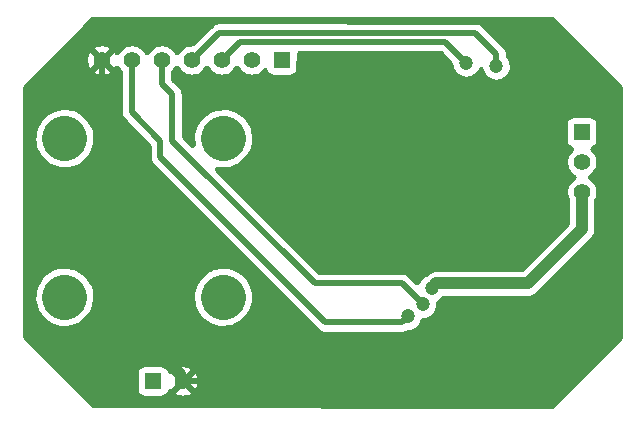
<source format=gbl>
G04 ( created by brdgerber.py ( brdgerber.py v0.1 2014-03-12 ) ) date 2021-02-10 18:50:50 EST*
G04 Gerber Fmt 3.4, Leading zero omitted, Abs format*
%MOIN*%
%FSLAX34Y34*%
G01*
G70*
G90*
G04 APERTURE LIST*
%ADD26C,0.0400*%
%ADD15C,0.0550*%
%ADD23C,0.0200*%
%ADD19C,0.0012*%
%ADD18R,0.0472X0.0275*%
%ADD20C,0.1500*%
%ADD24C,0.0100*%
%ADD27R,0.1575X0.0945*%
%ADD11C,0.0050*%
%ADD22R,0.0709X0.0629*%
%ADD28C,0.0047*%
%ADD12C,0.0060*%
%ADD25C,0.0059*%
%ADD13C,0.0020*%
%ADD29C,0.0472*%
%ADD16C,0.0120*%
%ADD14R,0.0550X0.0550*%
%ADD10R,0.0260X0.0800*%
%ADD21C,0.0000*%
%ADD17R,0.0629X0.0709*%
G04 APERTURE END LIST*
G54D26*
D14*
X02850Y23350D03*
D15*
X01850Y23350D03*
D15*
X00850Y23350D03*
D15*
X-00150Y23350D03*
D15*
X-01150Y23350D03*
D15*
X-02150Y23350D03*
D15*
X-03150Y23350D03*
D20*
G01X-04395Y15455D02*
G01X-04395Y15455D01*
D20*
G01X00895Y15455D02*
G01X00895Y15455D01*
D20*
G01X00895Y20745D02*
G01X00895Y20745D01*
D20*
G01X-04395Y20745D02*
G01X-04395Y20745D01*
D14*
X-01450Y12650D03*
D15*
X-00450Y12650D03*
D14*
X12850Y20950D03*
D15*
X12850Y19950D03*
D15*
X12850Y18950D03*
G36*
G01X11851Y11798D02*
G01X11272Y15509D01*
G01X11219Y15486D01*
G01X11103Y15453D01*
G01X08239Y15447D01*
G01X08163Y15378D01*
G01X08039Y15296D01*
G01X08030Y15273D01*
G01X08035Y15225D01*
G01X08029Y15125D01*
G01X08009Y15042D01*
G01X07970Y14955D01*
G01X07927Y14893D01*
G01X07863Y14828D01*
G01X07804Y14785D01*
G01X07724Y14746D01*
G01X07641Y14723D01*
G01X07551Y14714D01*
G01X07530Y14701D01*
G01X07470Y14555D01*
G01X07427Y14493D01*
G01X07363Y14428D01*
G01X07304Y14385D01*
G01X07224Y14346D01*
G01X07140Y14323D01*
G01X07055Y14315D01*
G01X06975Y14274D01*
G01X06902Y14256D01*
G01X-00116Y12245D01*
G01X-00047Y12318D01*
G01X-00379Y12650D01*
G01X-00521Y12650D01*
G01X-00450Y12721D01*
G01X-00784Y13055D01*
G01X-00721Y13101D01*
G01X-00633Y13142D01*
G01X-00543Y13166D01*
G01X-00089Y15279D01*
G01X-03437Y15167D01*
G01X-03472Y15069D01*
G01X-03520Y14970D01*
G01X-03583Y14871D01*
G01X-03662Y14776D01*
G01X-03769Y14676D01*
G01X-03882Y14597D01*
G01X-03982Y14545D01*
G01X-04087Y14504D01*
G01X-04188Y14477D01*
G01X-04291Y14461D01*
G01X-04399Y14455D01*
G01X-04536Y14466D01*
G01X-04635Y14485D01*
G01X-04742Y14518D01*
G01X-04839Y14559D01*
G01X-04929Y14611D01*
G01X-05032Y14685D01*
G01X-05133Y14780D01*
G01X-05204Y14868D01*
G01X-05267Y14966D01*
G01X-05316Y15066D01*
G01X-05350Y15162D01*
G01X-05376Y15268D01*
G01X-05391Y15377D01*
G01X-05390Y15541D01*
G01X-05376Y15652D01*
G01X-05358Y20477D01*
G01X-05382Y20586D01*
G01X-05393Y20702D01*
G01X-05388Y20864D01*
G01X-05371Y20962D01*
G01X-05340Y21070D01*
G01X-05302Y21165D01*
G01X-05253Y21258D01*
G01X-05176Y21368D01*
G01X-05095Y21457D01*
G01X-05005Y21536D01*
G01X-04888Y21614D01*
G01X-04798Y21659D01*
G01X-04693Y21699D01*
G01X-04592Y21725D01*
G01X-04490Y21740D01*
G01X-03672Y23298D01*
G01X-03671Y23414D01*
G01X-03650Y23511D01*
G01X-03625Y23573D01*
G01X-03574Y23659D01*
G01X-03553Y23682D01*
G01X-03484Y23755D01*
G01X-03421Y23801D01*
G01X-03333Y23842D01*
G01X-03243Y23866D01*
G01X-03136Y23875D01*
G01X-03048Y23864D01*
G01X-02960Y23839D01*
G01X-02869Y23793D01*
G01X-02816Y23754D01*
G01X-03150Y23421D01*
G01X-03484Y23755D01*
G01X-03553Y23682D01*
G01X-03221Y23350D01*
G01X-03150Y23279D01*
G01X-02816Y22945D01*
G01X-02879Y22899D01*
G01X-02967Y22858D01*
G01X-03057Y22834D01*
G01X-03164Y22825D01*
G01X-03252Y22836D01*
G01X-03340Y22861D01*
G01X-03431Y22907D01*
G01X-03484Y22946D01*
G01X-03150Y23279D01*
G01X-03221Y23350D01*
G01X-03553Y23018D01*
G01X-03580Y23049D01*
G01X-03627Y23131D01*
G01X-03654Y23203D01*
G01X-03672Y23298D01*
G01X-04490Y21740D01*
G01X-04324Y21742D01*
G01X-04218Y21728D01*
G01X-04110Y21703D01*
G01X-04013Y21669D01*
G01X-03913Y21621D01*
G01X-03738Y21499D01*
G01X-03638Y21399D01*
G01X-03562Y21298D01*
G01X-03498Y21187D01*
G01X-03454Y21084D01*
G01X-03423Y20981D01*
G01X-03404Y20884D01*
G01X-03396Y20695D01*
G01X-03408Y20584D01*
G01X-03429Y20482D01*
G01X-03508Y20283D01*
G01X-03579Y20166D01*
G01X-03657Y20069D01*
G01X-03815Y19930D01*
G01X-03922Y19863D01*
G01X-04022Y19816D01*
G01X-04120Y19783D01*
G01X-04226Y19759D01*
G01X-04436Y19745D01*
G01X-04549Y19757D01*
G01X-04649Y19778D01*
G01X-04751Y19810D01*
G01X-04865Y19861D01*
G01X-04973Y19929D01*
G01X-05071Y20009D01*
G01X-05164Y20106D01*
G01X-05280Y20280D01*
G01X-05326Y20380D01*
G01X-05358Y20477D01*
G01X-05376Y15652D01*
G01X-05350Y15751D01*
G01X-05313Y15850D01*
G01X-05256Y15963D01*
G01X-05185Y16068D01*
G01X-05095Y16168D01*
G01X-04997Y16253D01*
G01X-04902Y16317D01*
G01X-04802Y16368D01*
G01X-04702Y16407D01*
G01X-04601Y16434D01*
G01X-04500Y16450D01*
G01X-04305Y16452D01*
G01X-04097Y16410D01*
G01X-04002Y16375D01*
G01X-03901Y16325D01*
G01X-03805Y16263D01*
G01X-03718Y16191D01*
G01X-03600Y16062D01*
G01X-03533Y15964D01*
G01X-03487Y15874D01*
G01X-03446Y15770D01*
G01X-03417Y15667D01*
G01X-03401Y15568D01*
G01X-03398Y15380D01*
G01X-03437Y15167D01*
G01X-00089Y15279D01*
G01X-00103Y15390D01*
G01X-00098Y15579D01*
G01X-00081Y15677D01*
G01X-00050Y15784D01*
G01X-00012Y15878D01*
G01X00046Y15984D01*
G01X00128Y16098D01*
G01X00252Y16222D01*
G01X00366Y16304D01*
G01X00472Y16362D01*
G01X00566Y16400D01*
G01X00673Y16431D01*
G01X00772Y16448D01*
G01X00961Y16453D01*
G01X01071Y16439D01*
G01X01176Y16415D01*
G01X01271Y16382D01*
G01X01385Y16327D01*
G01X01497Y16254D01*
G01X01584Y16180D01*
G01X01678Y16076D01*
G01X01739Y15990D01*
G01X01790Y15901D01*
G01X01834Y15798D01*
G01X01865Y15696D01*
G01X01884Y15597D01*
G01X01895Y15457D01*
G01X01885Y15321D01*
G01X01867Y15222D01*
G01X01835Y15116D01*
G01X01796Y15021D01*
G01X01729Y14904D01*
G01X01662Y14814D01*
G01X01573Y14721D01*
G01X01487Y14650D01*
G01X01375Y14578D01*
G01X01282Y14534D01*
G01X01182Y14498D01*
G01X01075Y14473D01*
G01X00888Y14455D01*
G01X00753Y14466D01*
G01X00654Y14485D01*
G01X00547Y14518D01*
G01X00449Y14560D01*
G01X00360Y14611D01*
G01X00272Y14674D01*
G01X00170Y14766D01*
G01X00095Y14854D01*
G01X00022Y14966D01*
G01X-00032Y15079D01*
G01X-00065Y15174D01*
G01X-00089Y15279D01*
G01X-00543Y13166D01*
G01X-00436Y13175D01*
G01X-00348Y13164D01*
G01X-00260Y13139D01*
G01X-00169Y13093D01*
G01X-00116Y13054D01*
G01X-00450Y12721D01*
G01X-00521Y12650D01*
G01X-00856Y12315D01*
G01X-00872Y12332D01*
G01X-00896Y12335D01*
G01X-00918Y12326D01*
G01X-00975Y12226D01*
G01X-01026Y12175D01*
G01X-01100Y12137D01*
G01X-01177Y12125D01*
G01X-01723Y12125D01*
G01X-01800Y12137D01*
G01X-01874Y12175D01*
G01X-01925Y12226D01*
G01X-01963Y12300D01*
G01X-01975Y12375D01*
G01X-01975Y12925D01*
G01X-01963Y13000D01*
G01X-01925Y13074D01*
G01X-01874Y13125D01*
G01X-01800Y13163D01*
G01X-01723Y13175D01*
G01X-01177Y13175D01*
G01X-01100Y13163D01*
G01X-01026Y13125D01*
G01X-00975Y13074D01*
G01X-00919Y12974D01*
G01X-00897Y12965D01*
G01X-00873Y12968D01*
G01X-00856Y12985D01*
G01X-00521Y12650D01*
G01X-00379Y12650D01*
G01X-00047Y12982D01*
G01X-00020Y12951D01*
G01X00027Y12869D01*
G01X00054Y12797D01*
G01X00072Y12702D01*
G01X00071Y12588D01*
G01X00050Y12490D01*
G01X00025Y12427D01*
G01X-00026Y12341D01*
G01X-00047Y12318D01*
G01X-00116Y12245D01*
G01X-00179Y12199D01*
G01X-00267Y12158D01*
G01X-00357Y12134D01*
G01X-00464Y12125D01*
G01X-00552Y12136D01*
G01X-00640Y12161D01*
G01X-00731Y12207D01*
G01X-00784Y12246D01*
G01X-00450Y12579D01*
G01X-00116Y12245D01*
G01X06902Y14256D01*
G01X04285Y14250D01*
G01X04220Y14260D01*
G01X04151Y14284D01*
G01X04087Y14324D01*
G01X-01455Y19860D01*
G01X-01520Y19962D01*
G01X-01546Y20051D01*
G01X-01548Y20487D01*
G01X-01558Y20517D01*
G01X-02412Y21369D01*
G01X-02450Y21420D01*
G01X-02491Y21525D01*
G01X-02500Y22952D01*
G01X-02580Y23048D01*
G01X-02607Y23096D01*
G01X-02639Y23120D01*
G01X-02679Y23112D01*
G01X-02726Y23041D01*
G01X-02747Y23018D01*
G01X-03079Y23350D01*
G01X-02747Y23682D01*
G01X-02721Y23653D01*
G01X-02693Y23604D01*
G01X-02661Y23580D01*
G01X-02621Y23588D01*
G01X-02574Y23659D01*
G01X-02485Y23754D01*
G01X-02421Y23801D01*
G01X-02333Y23842D01*
G01X-02243Y23866D01*
G01X-02136Y23875D01*
G01X-02048Y23864D01*
G01X-01960Y23839D01*
G01X-01869Y23793D01*
G01X-01802Y23744D01*
G01X-01721Y23653D01*
G01X-01693Y23604D01*
G01X-01661Y23580D01*
G01X-01621Y23588D01*
G01X-01574Y23659D01*
G01X-01485Y23754D01*
G01X-01421Y23801D01*
G01X-01333Y23842D01*
G01X-01243Y23866D01*
G01X-01136Y23875D01*
G01X-01048Y23864D01*
G01X-00960Y23839D01*
G01X-00869Y23793D01*
G01X-00802Y23744D01*
G01X-00721Y23653D01*
G01X-00693Y23604D01*
G01X-00661Y23580D01*
G01X-00621Y23588D01*
G01X-00574Y23659D01*
G01X-00485Y23754D01*
G01X-00421Y23801D01*
G01X-00333Y23842D01*
G01X-00243Y23866D01*
G01X-00119Y23878D01*
G01X00543Y24531D01*
G01X00603Y24567D01*
G01X00673Y24591D01*
G01X00747Y24600D01*
G01X09335Y24597D01*
G01X09421Y24578D01*
G01X09481Y24549D01*
G01X09540Y24505D01*
G01X10277Y23763D01*
G01X10320Y23690D01*
G01X10344Y23606D01*
G01X10351Y23493D01*
G01X10405Y23419D01*
G01X10447Y23341D01*
G01X10473Y23262D01*
G01X10485Y23175D01*
G01X10479Y23075D01*
G01X10459Y22992D01*
G01X10421Y22907D01*
G01X10377Y22843D01*
G01X10313Y22778D01*
G01X10254Y22735D01*
G01X10174Y22696D01*
G01X10090Y22673D01*
G01X09986Y22664D01*
G01X09903Y22675D01*
G01X09809Y22703D01*
G01X09741Y22739D01*
G01X09671Y22792D01*
G01X09618Y22849D01*
G01X09573Y22918D01*
G01X09520Y23053D01*
G01X09500Y23067D01*
G01X09475Y23070D01*
G01X09452Y23060D01*
G01X09377Y22943D01*
G01X09313Y22878D01*
G01X09254Y22835D01*
G01X09174Y22796D01*
G01X09090Y22773D01*
G01X08986Y22764D01*
G01X08903Y22775D01*
G01X08809Y22803D01*
G01X08741Y22839D01*
G01X08671Y22892D01*
G01X08618Y22949D01*
G01X08574Y23017D01*
G01X08537Y23102D01*
G01X08507Y23250D01*
G01X08152Y23601D01*
G01X03425Y23602D01*
G01X03396Y23592D01*
G01X03377Y23567D01*
G01X03375Y23075D01*
G01X03363Y23000D01*
G01X03325Y22926D01*
G01X03274Y22875D01*
G01X03200Y22837D01*
G01X03123Y22825D01*
G01X02577Y22825D01*
G01X02500Y22837D01*
G01X02426Y22875D01*
G01X02375Y22926D01*
G01X02319Y23026D01*
G01X02297Y23035D01*
G01X02273Y23032D01*
G01X02186Y22947D01*
G01X02121Y22899D01*
G01X02033Y22858D01*
G01X01943Y22834D01*
G01X01836Y22825D01*
G01X01748Y22836D01*
G01X01660Y22861D01*
G01X01569Y22907D01*
G01X01502Y22956D01*
G01X01420Y23049D01*
G01X01393Y23096D01*
G01X01361Y23120D01*
G01X01321Y23112D01*
G01X01274Y23041D01*
G01X01186Y22947D01*
G01X01121Y22899D01*
G01X01033Y22858D01*
G01X00943Y22834D01*
G01X00836Y22825D01*
G01X00748Y22836D01*
G01X00660Y22861D01*
G01X00569Y22907D01*
G01X00502Y22956D01*
G01X00420Y23049D01*
G01X00393Y23096D01*
G01X00361Y23120D01*
G01X00321Y23112D01*
G01X00274Y23041D01*
G01X00186Y22947D01*
G01X00121Y22899D01*
G01X00033Y22858D01*
G01X-00057Y22834D01*
G01X-00164Y22825D01*
G01X-00252Y22836D01*
G01X-00340Y22861D01*
G01X-00431Y22907D01*
G01X-00498Y22956D01*
G01X-00580Y23049D01*
G01X-00607Y23096D01*
G01X-00639Y23120D01*
G01X-00679Y23112D01*
G01X-00726Y23041D01*
G01X-00798Y22961D01*
G01X-00804Y22717D01*
G01X-00794Y22687D01*
G01X-00518Y22407D01*
G01X-00485Y22350D01*
G01X-00459Y22278D01*
G01X-00450Y22215D01*
G01X-00450Y20792D01*
G01X-00170Y20510D01*
G01X-00149Y20497D01*
G01X-00123Y20496D01*
G01X-00101Y20508D01*
G01X-00087Y20530D01*
G01X-00105Y20780D01*
G01X-00094Y20892D01*
G01X-00074Y20992D01*
G01X-00042Y21094D01*
G01X00003Y21197D01*
G01X00060Y21296D01*
G01X00123Y21381D01*
G01X00238Y21499D01*
G01X00316Y21560D01*
G01X00446Y21638D01*
G01X00540Y21679D01*
G01X00647Y21713D01*
G01X00748Y21733D01*
G01X00883Y21744D01*
G01X01023Y21736D01*
G01X01124Y21718D01*
G01X01230Y21687D01*
G01X01324Y21648D01*
G01X01417Y21597D01*
G01X01518Y21526D01*
G01X01619Y21434D01*
G01X01693Y21347D01*
G01X01759Y21246D01*
G01X01810Y21146D01*
G01X01848Y21046D01*
G01X01875Y20943D01*
G01X01890Y20843D01*
G01X01892Y20673D01*
G01X01878Y20567D01*
G01X01852Y20457D01*
G01X01818Y20362D01*
G01X01764Y20250D01*
G01X01693Y20142D01*
G01X01600Y20037D01*
G01X01500Y19949D01*
G01X01414Y19891D01*
G01X01311Y19836D01*
G01X01206Y19795D01*
G01X01105Y19766D01*
G01X01003Y19750D01*
G01X00854Y19745D01*
G01X00682Y19763D01*
G01X00661Y19749D01*
G01X00648Y19727D01*
G01X00649Y19702D01*
G01X00662Y19680D01*
G01X04102Y16251D01*
G01X06866Y16250D01*
G01X06916Y16242D01*
G01X07017Y16206D01*
G01X07072Y16168D01*
G01X07339Y15909D01*
G01X07378Y15911D01*
G01X07404Y15940D01*
G01X07449Y16023D01*
G01X07504Y16090D01*
G01X07569Y16147D01*
G01X07659Y16196D01*
G01X07778Y16291D01*
G01X07836Y16316D01*
G01X07947Y16347D01*
G01X10853Y16347D01*
G01X12398Y17887D01*
G01X12404Y18668D01*
G01X12346Y18803D01*
G01X12328Y18898D01*
G01X12329Y19012D01*
G01X12350Y19111D01*
G01X12375Y19173D01*
G01X12426Y19259D01*
G01X12515Y19354D01*
G01X12591Y19406D01*
G01X12618Y19440D01*
G01X12618Y19462D01*
G01X12591Y19496D01*
G01X12502Y19556D01*
G01X12420Y19649D01*
G01X12373Y19731D01*
G01X12346Y19803D01*
G01X12328Y19899D01*
G01X12329Y20015D01*
G01X12350Y20111D01*
G01X12375Y20173D01*
G01X12426Y20259D01*
G01X12515Y20354D01*
G01X12530Y20382D01*
G01X12520Y20421D01*
G01X12426Y20475D01*
G01X12375Y20526D01*
G01X12337Y20600D01*
G01X12325Y20675D01*
G01X12325Y21225D01*
G01X12338Y21301D01*
G01X12375Y21374D01*
G01X12426Y21425D01*
G01X12500Y21463D01*
G01X12577Y21475D01*
G01X13123Y21475D01*
G01X13200Y21463D01*
G01X13274Y21425D01*
G01X13325Y21374D01*
G01X13362Y21301D01*
G01X13375Y21225D01*
G01X13375Y20675D01*
G01X13363Y20600D01*
G01X13325Y20526D01*
G01X13274Y20475D01*
G01X13180Y20422D01*
G01X13169Y20384D01*
G01X13190Y20350D01*
G01X13279Y20253D01*
G01X13326Y20171D01*
G01X13354Y20097D01*
G01X13372Y20002D01*
G01X13371Y19889D01*
G01X13350Y19790D01*
G01X13325Y19727D01*
G01X13274Y19641D01*
G01X13186Y19547D01*
G01X13109Y19494D01*
G01X13082Y19460D01*
G01X13082Y19438D01*
G01X13109Y19404D01*
G01X13198Y19344D01*
G01X13280Y19251D01*
G01X13327Y19169D01*
G01X13354Y19097D01*
G01X13372Y19002D01*
G01X13371Y18888D01*
G01X13350Y18790D01*
G01X13301Y18686D01*
G01X13292Y17626D01*
G01X13264Y17526D01*
G01X13233Y17467D01*
G01X13175Y17388D01*
G01X11349Y15567D01*
G01X11272Y15509D01*
G01X11851Y11798D01*
G01X14149Y14097D01*
G01X14154Y22140D01*
G01X14146Y22461D01*
G01X11851Y24751D01*
G01X-03440Y24750D01*
G01X-03475Y24735D01*
G01X-05749Y22448D01*
G01X-05754Y14101D01*
G01X-03456Y11804D01*
G01X11836Y11796D01*
G01X11851Y11798D01*
G01X11851Y11798D01*
G37*
D26*
G01X07850Y15750D02*
G01X08000Y15900D01*
D29*
X07850Y15750D03*
D26*
G01X08000Y15900D02*
G01X11050Y15900D01*
D23*
G01X06250Y12650D02*
G01X-00450Y12650D01*
D29*
X10000Y23150D03*
D23*
G01X10000Y23150D02*
G01X10000Y23550D01*
D23*
G01X10000Y23550D02*
G01X09300Y24250D01*
D23*
G01X09300Y24250D02*
G01X00750Y24250D01*
D23*
G01X00750Y24250D02*
G01X-00150Y23350D01*
D29*
X09000Y23250D03*
D23*
G01X09000Y23250D02*
G01X08300Y23950D01*
D23*
G01X08300Y23950D02*
G01X01450Y23950D01*
D23*
G01X01450Y23950D02*
G01X00850Y23350D01*
D23*
G01X-01150Y22550D02*
G01X-01150Y23350D01*
D26*
G01X11050Y15900D02*
G01X12850Y17700D01*
D26*
G01X12850Y17700D02*
G01X12850Y18950D01*
D29*
X06900Y12000D03*
D23*
G01X06900Y12000D02*
G01X06250Y12650D01*
D23*
G01X-03150Y23350D02*
G01X-03150Y15600D01*
D23*
G01X-03150Y15600D02*
G01X-00450Y12900D01*
D23*
G01X-00450Y12900D02*
G01X-00450Y12650D01*
D29*
X07050Y14800D03*
D23*
G01X07050Y14800D02*
G01X06850Y14600D01*
D23*
G01X06850Y14600D02*
G01X04300Y14600D01*
D23*
G01X04300Y14600D02*
G01X-01200Y20100D01*
D23*
G01X-01200Y20100D02*
G01X-01200Y20650D01*
D23*
G01X-01200Y20650D02*
G01X-02150Y21600D01*
D23*
G01X-02150Y21600D02*
G01X-02150Y23350D01*
D29*
X07550Y15200D03*
D23*
G01X07550Y15200D02*
G01X06850Y15900D01*
D23*
G01X06850Y15900D02*
G01X03950Y15900D01*
D23*
G01X03950Y15900D02*
G01X-00800Y20650D01*
D23*
G01X-00800Y20650D02*
G01X-00800Y22200D01*
D23*
G01X-00800Y22200D02*
G01X-01150Y22550D01*
D24*
G01X-02816Y23754D02*
G01X-02816Y23754D01*
G01X-02869Y23793D01*
G01X-02960Y23839D01*
G01X-03048Y23864D01*
G01X-03136Y23875D01*
G01X-03243Y23866D01*
G01X-03333Y23842D01*
G01X-03421Y23801D01*
G01X-03484Y23755D01*
G01X-03150Y23421D01*
G01X-02816Y23754D01*
D24*
G01X-03221Y23350D02*
G01X-03221Y23350D01*
G01X-03553Y23682D01*
G01X-03574Y23659D01*
G01X-03625Y23573D01*
G01X-03650Y23511D01*
G01X-03671Y23414D01*
G01X-03672Y23298D01*
G01X-03654Y23203D01*
G01X-03627Y23131D01*
G01X-03580Y23049D01*
G01X-03553Y23018D01*
G01X-03553Y23018D01*
G01X-03221Y23350D01*
D24*
G01X-03057Y22834D02*
G01X-03057Y22834D01*
G01X-02967Y22858D01*
G01X-02879Y22899D01*
G01X-02816Y22945D01*
G01X-03150Y23279D01*
G01X-03484Y22946D01*
G01X-03431Y22907D01*
G01X-03340Y22861D01*
G01X-03252Y22836D01*
G01X-03164Y22825D01*
G01X-03164Y22825D01*
G01X-03057Y22834D01*
D24*
G01X-04226Y19759D02*
G01X-04226Y19759D01*
G01X-04120Y19783D01*
G01X-04022Y19816D01*
G01X-03922Y19863D01*
G01X-03815Y19930D01*
G01X-03657Y20069D01*
G01X-03579Y20166D01*
G01X-03508Y20283D01*
G01X-03429Y20482D01*
G01X-03408Y20584D01*
G01X-03396Y20695D01*
G01X-03404Y20884D01*
G01X-03423Y20981D01*
G01X-03454Y21084D01*
G01X-03498Y21187D01*
G01X-03562Y21298D01*
G01X-03638Y21399D01*
G01X-03738Y21499D01*
G01X-03913Y21621D01*
G01X-04013Y21669D01*
G01X-04110Y21703D01*
G01X-04218Y21728D01*
G01X-04324Y21742D01*
G01X-04490Y21740D01*
G01X-04592Y21725D01*
G01X-04693Y21699D01*
G01X-04798Y21659D01*
G01X-04888Y21614D01*
G01X-05005Y21536D01*
G01X-05095Y21457D01*
G01X-05176Y21368D01*
G01X-05253Y21258D01*
G01X-05302Y21165D01*
G01X-05340Y21070D01*
G01X-05371Y20962D01*
G01X-05388Y20864D01*
G01X-05393Y20702D01*
G01X-05382Y20586D01*
G01X-05358Y20477D01*
G01X-05326Y20380D01*
G01X-05280Y20280D01*
G01X-05164Y20106D01*
G01X-05071Y20009D01*
G01X-04973Y19929D01*
G01X-04865Y19861D01*
G01X-04751Y19810D01*
G01X-04649Y19778D01*
G01X-04549Y19757D01*
G01X-04436Y19745D01*
G01X-04436Y19745D01*
G01X-04226Y19759D01*
D24*
G01X01075Y14473D02*
G01X01075Y14473D01*
G01X01182Y14498D01*
G01X01282Y14534D01*
G01X01375Y14578D01*
G01X01487Y14650D01*
G01X01573Y14721D01*
G01X01662Y14814D01*
G01X01729Y14904D01*
G01X01796Y15021D01*
G01X01835Y15116D01*
G01X01867Y15222D01*
G01X01885Y15321D01*
G01X01895Y15457D01*
G01X01884Y15597D01*
G01X01865Y15696D01*
G01X01834Y15798D01*
G01X01790Y15901D01*
G01X01739Y15990D01*
G01X01678Y16076D01*
G01X01584Y16180D01*
G01X01497Y16254D01*
G01X01385Y16327D01*
G01X01271Y16382D01*
G01X01176Y16415D01*
G01X01071Y16439D01*
G01X00961Y16453D01*
G01X00772Y16448D01*
G01X00673Y16431D01*
G01X00566Y16400D01*
G01X00472Y16362D01*
G01X00366Y16304D01*
G01X00252Y16222D01*
G01X00128Y16098D01*
G01X00046Y15984D01*
G01X-00012Y15878D01*
G01X-00050Y15784D01*
G01X-00081Y15677D01*
G01X-00098Y15579D01*
G01X-00103Y15390D01*
G01X-00089Y15279D01*
G01X-00065Y15174D01*
G01X-00032Y15079D01*
G01X00022Y14966D01*
G01X00095Y14854D01*
G01X00170Y14766D01*
G01X00272Y14674D01*
G01X00360Y14611D01*
G01X00449Y14560D01*
G01X00547Y14518D01*
G01X00654Y14485D01*
G01X00753Y14466D01*
G01X00888Y14455D01*
G01X00888Y14455D01*
G01X01075Y14473D01*
D24*
G01X-04291Y14461D02*
G01X-04291Y14461D01*
G01X-04188Y14477D01*
G01X-04087Y14504D01*
G01X-03982Y14545D01*
G01X-03882Y14597D01*
G01X-03769Y14676D01*
G01X-03662Y14776D01*
G01X-03583Y14871D01*
G01X-03520Y14970D01*
G01X-03472Y15069D01*
G01X-03437Y15167D01*
G01X-03398Y15380D01*
G01X-03401Y15568D01*
G01X-03417Y15667D01*
G01X-03446Y15770D01*
G01X-03487Y15874D01*
G01X-03533Y15964D01*
G01X-03600Y16062D01*
G01X-03718Y16191D01*
G01X-03805Y16263D01*
G01X-03901Y16325D01*
G01X-04002Y16375D01*
G01X-04097Y16410D01*
G01X-04305Y16452D01*
G01X-04500Y16450D01*
G01X-04601Y16434D01*
G01X-04702Y16407D01*
G01X-04802Y16368D01*
G01X-04902Y16317D01*
G01X-04997Y16253D01*
G01X-05095Y16168D01*
G01X-05185Y16068D01*
G01X-05256Y15963D01*
G01X-05313Y15850D01*
G01X-05350Y15751D01*
G01X-05376Y15652D01*
G01X-05390Y15541D01*
G01X-05391Y15377D01*
G01X-05376Y15268D01*
G01X-05350Y15162D01*
G01X-05316Y15066D01*
G01X-05267Y14966D01*
G01X-05204Y14868D01*
G01X-05133Y14780D01*
G01X-05032Y14685D01*
G01X-04929Y14611D01*
G01X-04839Y14559D01*
G01X-04742Y14518D01*
G01X-04635Y14485D01*
G01X-04536Y14466D01*
G01X-04399Y14455D01*
G01X-04399Y14455D01*
G01X-04291Y14461D01*
D24*
G01X06902Y14256D02*
G01X06902Y14256D01*
G01X06975Y14274D01*
G01X07055Y14315D01*
G01X07140Y14323D01*
G01X07224Y14346D01*
G01X07304Y14385D01*
G01X07363Y14428D01*
G01X07427Y14493D01*
G01X07470Y14555D01*
G01X07530Y14701D01*
G01X07551Y14714D01*
G01X07641Y14723D01*
G01X07724Y14746D01*
G01X07804Y14785D01*
G01X07863Y14828D01*
G01X07927Y14893D01*
G01X07970Y14955D01*
G01X08009Y15042D01*
G01X08029Y15125D01*
G01X08035Y15225D01*
G01X08030Y15273D01*
G01X08039Y15296D01*
G01X08163Y15378D01*
G01X08239Y15447D01*
G01X11103Y15453D01*
G01X11219Y15486D01*
G01X11272Y15509D01*
G01X11349Y15567D01*
G01X13175Y17388D01*
G01X13233Y17467D01*
G01X13264Y17526D01*
G01X13292Y17626D01*
G01X13301Y18686D01*
G01X13350Y18790D01*
G01X13371Y18888D01*
G01X13372Y19002D01*
G01X13354Y19097D01*
G01X13327Y19169D01*
G01X13280Y19251D01*
G01X13198Y19344D01*
G01X13109Y19404D01*
G01X13082Y19438D01*
G01X13082Y19460D01*
G01X13109Y19494D01*
G01X13186Y19547D01*
G01X13274Y19641D01*
G01X13325Y19727D01*
G01X13350Y19790D01*
G01X13371Y19889D01*
G01X13372Y20002D01*
G01X13354Y20097D01*
G01X13326Y20171D01*
G01X13279Y20253D01*
G01X13190Y20350D01*
G01X13169Y20384D01*
G01X13180Y20422D01*
G01X13274Y20475D01*
G01X13325Y20526D01*
G01X13363Y20600D01*
G01X13375Y20675D01*
G01X13375Y21225D01*
G01X13362Y21301D01*
G01X13325Y21374D01*
G01X13274Y21425D01*
G01X13200Y21463D01*
G01X13123Y21475D01*
G01X12577Y21475D01*
G01X12500Y21463D01*
G01X12426Y21425D01*
G01X12375Y21374D01*
G01X12338Y21301D01*
G01X12325Y21225D01*
G01X12325Y20675D01*
G01X12337Y20600D01*
G01X12375Y20526D01*
G01X12426Y20475D01*
G01X12520Y20421D01*
G01X12530Y20382D01*
G01X12515Y20354D01*
G01X12426Y20259D01*
G01X12375Y20173D01*
G01X12350Y20111D01*
G01X12329Y20015D01*
G01X12328Y19899D01*
G01X12346Y19803D01*
G01X12373Y19731D01*
G01X12420Y19649D01*
G01X12502Y19556D01*
G01X12591Y19496D01*
G01X12618Y19462D01*
G01X12618Y19440D01*
G01X12591Y19406D01*
G01X12515Y19354D01*
G01X12426Y19259D01*
G01X12375Y19173D01*
G01X12350Y19111D01*
G01X12329Y19012D01*
G01X12328Y18898D01*
G01X12346Y18803D01*
G01X12404Y18668D01*
G01X12398Y17887D01*
G01X10853Y16347D01*
G01X07947Y16347D01*
G01X07836Y16316D01*
G01X07778Y16291D01*
G01X07659Y16196D01*
G01X07569Y16147D01*
G01X07504Y16090D01*
G01X07449Y16023D01*
G01X07404Y15940D01*
G01X07378Y15911D01*
G01X07339Y15909D01*
G01X07072Y16168D01*
G01X07017Y16206D01*
G01X06916Y16242D01*
G01X06866Y16250D01*
G01X04102Y16251D01*
G01X00662Y19680D01*
G01X00649Y19702D01*
G01X00648Y19727D01*
G01X00661Y19749D01*
G01X00682Y19763D01*
G01X00854Y19745D01*
G01X01003Y19750D01*
G01X01105Y19766D01*
G01X01206Y19795D01*
G01X01311Y19836D01*
G01X01414Y19891D01*
G01X01500Y19949D01*
G01X01600Y20037D01*
G01X01693Y20142D01*
G01X01764Y20250D01*
G01X01818Y20362D01*
G01X01852Y20457D01*
G01X01878Y20567D01*
G01X01892Y20673D01*
G01X01890Y20843D01*
G01X01875Y20943D01*
G01X01848Y21046D01*
G01X01810Y21146D01*
G01X01759Y21246D01*
G01X01693Y21347D01*
G01X01619Y21434D01*
G01X01518Y21526D01*
G01X01417Y21597D01*
G01X01324Y21648D01*
G01X01230Y21687D01*
G01X01124Y21718D01*
G01X01023Y21736D01*
G01X00883Y21744D01*
G01X00748Y21733D01*
G01X00647Y21713D01*
G01X00540Y21679D01*
G01X00446Y21638D01*
G01X00316Y21560D01*
G01X00238Y21499D01*
G01X00123Y21381D01*
G01X00060Y21296D01*
G01X00003Y21197D01*
G01X-00042Y21094D01*
G01X-00074Y20992D01*
G01X-00094Y20892D01*
G01X-00105Y20780D01*
G01X-00087Y20530D01*
G01X-00101Y20508D01*
G01X-00123Y20496D01*
G01X-00149Y20497D01*
G01X-00170Y20510D01*
G01X-00450Y20792D01*
G01X-00450Y22215D01*
G01X-00459Y22278D01*
G01X-00485Y22350D01*
G01X-00518Y22407D01*
G01X-00794Y22687D01*
G01X-00804Y22717D01*
G01X-00798Y22961D01*
G01X-00726Y23041D01*
G01X-00679Y23112D01*
G01X-00639Y23120D01*
G01X-00607Y23096D01*
G01X-00580Y23049D01*
G01X-00498Y22956D01*
G01X-00431Y22907D01*
G01X-00340Y22861D01*
G01X-00252Y22836D01*
G01X-00164Y22825D01*
G01X-00057Y22834D01*
G01X00033Y22858D01*
G01X00121Y22899D01*
G01X00186Y22947D01*
G01X00274Y23041D01*
G01X00321Y23112D01*
G01X00361Y23120D01*
G01X00393Y23096D01*
G01X00420Y23049D01*
G01X00502Y22956D01*
G01X00569Y22907D01*
G01X00660Y22861D01*
G01X00748Y22836D01*
G01X00836Y22825D01*
G01X00943Y22834D01*
G01X01033Y22858D01*
G01X01121Y22899D01*
G01X01186Y22947D01*
G01X01274Y23041D01*
G01X01321Y23112D01*
G01X01361Y23120D01*
G01X01393Y23096D01*
G01X01420Y23049D01*
G01X01502Y22956D01*
G01X01569Y22907D01*
G01X01660Y22861D01*
G01X01748Y22836D01*
G01X01836Y22825D01*
G01X01943Y22834D01*
G01X02033Y22858D01*
G01X02121Y22899D01*
G01X02186Y22947D01*
G01X02273Y23032D01*
G01X02297Y23035D01*
G01X02319Y23026D01*
G01X02375Y22926D01*
G01X02426Y22875D01*
G01X02500Y22837D01*
G01X02577Y22825D01*
G01X03123Y22825D01*
G01X03200Y22837D01*
G01X03274Y22875D01*
G01X03325Y22926D01*
G01X03363Y23000D01*
G01X03375Y23075D01*
G01X03377Y23567D01*
G01X03396Y23592D01*
G01X03425Y23602D01*
G01X08152Y23601D01*
G01X08507Y23250D01*
G01X08537Y23102D01*
G01X08574Y23017D01*
G01X08618Y22949D01*
G01X08671Y22892D01*
G01X08741Y22839D01*
G01X08809Y22803D01*
G01X08903Y22775D01*
G01X08986Y22764D01*
G01X09090Y22773D01*
G01X09174Y22796D01*
G01X09254Y22835D01*
G01X09313Y22878D01*
G01X09377Y22943D01*
G01X09452Y23060D01*
G01X09475Y23070D01*
G01X09500Y23067D01*
G01X09520Y23053D01*
G01X09573Y22918D01*
G01X09618Y22849D01*
G01X09671Y22792D01*
G01X09741Y22739D01*
G01X09809Y22703D01*
G01X09903Y22675D01*
G01X09986Y22664D01*
G01X10090Y22673D01*
G01X10174Y22696D01*
G01X10254Y22735D01*
G01X10313Y22778D01*
G01X10377Y22843D01*
G01X10421Y22907D01*
G01X10459Y22992D01*
G01X10479Y23075D01*
G01X10485Y23175D01*
G01X10473Y23262D01*
G01X10447Y23341D01*
G01X10405Y23419D01*
G01X10351Y23493D01*
G01X10344Y23606D01*
G01X10320Y23690D01*
G01X10277Y23763D01*
G01X09540Y24505D01*
G01X09481Y24549D01*
G01X09421Y24578D01*
G01X09335Y24597D01*
G01X00747Y24600D01*
G01X00673Y24591D01*
G01X00603Y24567D01*
G01X00543Y24531D01*
G01X-00119Y23878D01*
G01X-00243Y23866D01*
G01X-00333Y23842D01*
G01X-00421Y23801D01*
G01X-00485Y23754D01*
G01X-00574Y23659D01*
G01X-00621Y23588D01*
G01X-00661Y23580D01*
G01X-00693Y23604D01*
G01X-00721Y23653D01*
G01X-00802Y23744D01*
G01X-00869Y23793D01*
G01X-00960Y23839D01*
G01X-01048Y23864D01*
G01X-01136Y23875D01*
G01X-01243Y23866D01*
G01X-01333Y23842D01*
G01X-01421Y23801D01*
G01X-01485Y23754D01*
G01X-01574Y23659D01*
G01X-01621Y23588D01*
G01X-01661Y23580D01*
G01X-01693Y23604D01*
G01X-01721Y23653D01*
G01X-01802Y23744D01*
G01X-01869Y23793D01*
G01X-01960Y23839D01*
G01X-02048Y23864D01*
G01X-02136Y23875D01*
G01X-02243Y23866D01*
G01X-02333Y23842D01*
G01X-02421Y23801D01*
G01X-02485Y23754D01*
G01X-02574Y23659D01*
G01X-02621Y23588D01*
G01X-02661Y23580D01*
G01X-02693Y23604D01*
G01X-02721Y23653D01*
G01X-02747Y23682D01*
G01X-03079Y23350D01*
G01X-02747Y23018D01*
G01X-02726Y23041D01*
G01X-02679Y23112D01*
G01X-02639Y23120D01*
G01X-02607Y23096D01*
G01X-02580Y23048D01*
G01X-02500Y22952D01*
G01X-02491Y21525D01*
G01X-02450Y21420D01*
G01X-02412Y21369D01*
G01X-01558Y20517D01*
G01X-01548Y20487D01*
G01X-01546Y20051D01*
G01X-01520Y19962D01*
G01X-01455Y19860D01*
G01X04087Y14324D01*
G01X04151Y14284D01*
G01X04220Y14260D01*
G01X04285Y14250D01*
G01X04285Y14250D01*
G01X06902Y14256D01*
D24*
G01X-00116Y13054D02*
G01X-00116Y13054D01*
G01X-00169Y13093D01*
G01X-00260Y13139D01*
G01X-00348Y13164D01*
G01X-00436Y13175D01*
G01X-00543Y13166D01*
G01X-00633Y13142D01*
G01X-00721Y13101D01*
G01X-00784Y13055D01*
G01X-00450Y12721D01*
G01X-00450Y12721D01*
G01X-00116Y13054D01*
D24*
G01X-00026Y12341D02*
G01X-00026Y12341D01*
G01X00025Y12427D01*
G01X00050Y12490D01*
G01X00071Y12588D01*
G01X00072Y12702D01*
G01X00054Y12797D01*
G01X00027Y12869D01*
G01X-00020Y12951D01*
G01X-00047Y12982D01*
G01X-00379Y12650D01*
G01X-00047Y12318D01*
G01X-00047Y12318D01*
G01X-00026Y12341D01*
D24*
G01X-01177Y12125D02*
G01X-01177Y12125D01*
G01X-01100Y12137D01*
G01X-01026Y12175D01*
G01X-00975Y12226D01*
G01X-00918Y12326D01*
G01X-00896Y12335D01*
G01X-00872Y12332D01*
G01X-00856Y12315D01*
G01X-00521Y12650D01*
G01X-00856Y12985D01*
G01X-00873Y12968D01*
G01X-00897Y12965D01*
G01X-00919Y12974D01*
G01X-00975Y13074D01*
G01X-01026Y13125D01*
G01X-01100Y13163D01*
G01X-01177Y13175D01*
G01X-01723Y13175D01*
G01X-01800Y13163D01*
G01X-01874Y13125D01*
G01X-01925Y13074D01*
G01X-01963Y13000D01*
G01X-01975Y12925D01*
G01X-01975Y12375D01*
G01X-01963Y12300D01*
G01X-01925Y12226D01*
G01X-01874Y12175D01*
G01X-01800Y12137D01*
G01X-01723Y12125D01*
G01X-01723Y12125D01*
G01X-01177Y12125D01*
D24*
G01X-00357Y12134D02*
G01X-00357Y12134D01*
G01X-00267Y12158D01*
G01X-00179Y12199D01*
G01X-00116Y12245D01*
G01X-00450Y12579D01*
G01X-00784Y12246D01*
G01X-00731Y12207D01*
G01X-00640Y12161D01*
G01X-00552Y12136D01*
G01X-00464Y12125D01*
G01X-00464Y12125D01*
G01X-00357Y12134D01*
D24*
G01X-03456Y11804D02*
G01X-03456Y11804D01*
G01X-05754Y14101D01*
G01X-05749Y22448D01*
G01X-03475Y24735D01*
G01X-03440Y24750D01*
G01X11851Y24751D01*
G01X14146Y22461D01*
G01X14154Y22140D01*
G01X14149Y14097D01*
G01X11851Y11798D01*
G01X11836Y11796D01*
G01X11836Y11796D01*
G01X-03456Y11804D01*
M02*

</source>
